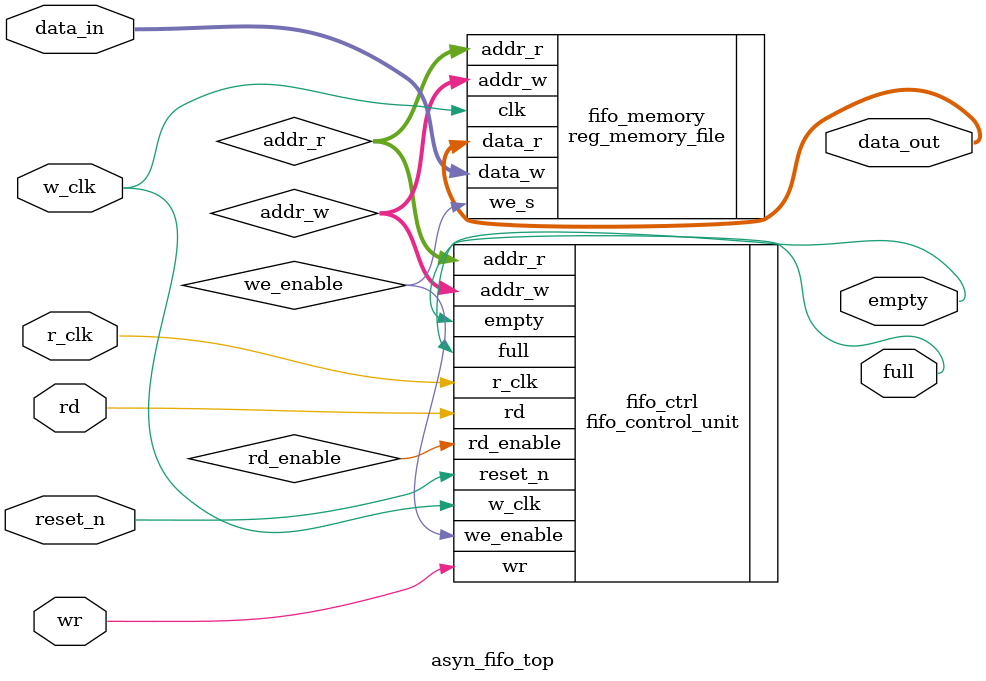
<source format=v>
`timescale 1ns / 1ps


module asyn_fifo_top#(
parameter addr_size=3,
 word_width=8
)(
    input r_clk,
    input w_clk,
     // read and write command
       input rd,
       input wr,
    input reset_n,
    input [word_width-1:0] data_in,
    output [word_width-1:0] data_out,
    output full,
    output empty
    );
        
      //declaration needed  
        wire [addr_size-1:0] addr_r,addr_w ;
        wire we_enable , rd_enable ;
        wire [addr_size:0] ptr_r;
        wire [addr_size:0] ptr_w;
    
      
      //initialize control unit   
    fifo_control_unit#(.addr_size(addr_size)) fifo_ctrl
    (.reset_n(reset_n),.w_clk(w_clk), .r_clk(r_clk),.rd(rd),.wr(wr),.addr_r(addr_r), .addr_w(addr_w),
   .full(full),.empty(empty), .we_enable(we_enable),.rd_enable(rd_enable) );
        
        
        
    // initialize memory register 
    reg_memory_file#(addr_size,word_width) fifo_memory (.we_s(we_enable), .clk(w_clk),.addr_r(addr_r),
          .addr_w(addr_w),.data_w(data_in),.data_r(data_out) );
    
    
    
    
    
    
    
    
    
    
endmodule

</source>
